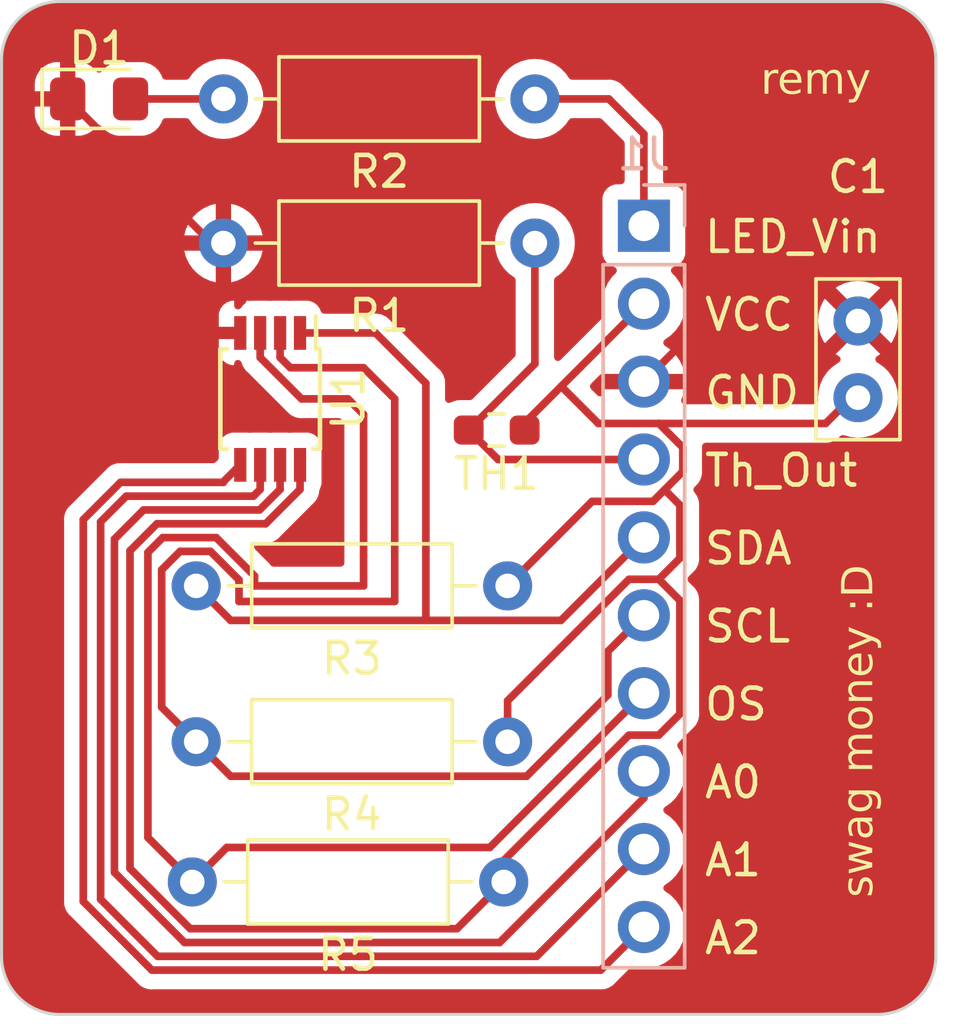
<source format=kicad_pcb>
(kicad_pcb (version 20221018) (generator pcbnew)
  (layers (0 "F.Cu" signal) (31 "B.Cu" signal) (34 "B.Paste" user) (35 "F.Paste" user) (36 "B.SilkS" user "B.Silkscreen") (37 "F.SilkS" user "F.Silkscreen") (38 "B.Mask" user) (39 "F.Mask" user) (44 "Edge.Cuts" user))
  (net 0 "")
  (net 1 "GND")
  (net 2 "Net-(D1-A)")
  (net 3 "VCC")
  (net 4 "Th_Out")
  (net 5 "LED_Vin")
  (net 6 "SDA")
  (net 7 "SCL")
  (net 8 "OS")
  (net 9 "A2")
  (net 10 "A1")
  (net 11 "A0")
  (footprint "Resistor_SMD:R_0603_1608Metric_Pad0.98x0.95mm_HandSolder" (layer "F.Cu") (at 124.7375 55.88 180)
    (fp_text reference "TH1" (at 0 -1.43) (layer "F.SilkS"))
    (fp_text value "Thermistor")
    (fp_line (start -0.254724 -0.5225) (end 0.254724 -0.5225) (stroke (width 0.12)) (layer "F.SilkS"))
    (fp_line (start -0.254724 0.5225) (end 0.254724 0.5225) (stroke (width 0.12)) (layer "F.SilkS"))
    (pad "1" smd roundrect (at -0.9125 0 180) (size 0.975 0.95) (layers "F.Cu" "F.Paste" "F.Mask") (net 3 "VCC"))
    (pad "2" smd roundrect (at 0.9125 0 180) (size 0.975 0.95) (layers "F.Cu" "F.Paste" "F.Mask") (net 4 "Th_Out"))
  )
  (footprint "Capacitor_THT:C_Disc_D5.0mm_W2.5mm_P2.50mm" (layer "F.Cu") (at 136.525 54.824 90)
    (fp_text reference "C1" (at 7.199 0 180) (layer "F.SilkS"))
    (fp_text value "0.1uF")
    (fp_line (start -1.37 -1.37) (end -1.37 1.37) (stroke (width 0.12)) (layer "F.SilkS"))
    (fp_line (start -1.37 -1.37) (end 3.87 -1.37) (stroke (width 0.12)) (layer "F.SilkS"))
    (fp_line (start -1.37 1.37) (end 3.87 1.37) (stroke (width 0.12)) (layer "F.SilkS"))
    (fp_line (start 3.87 -1.37) (end 3.87 1.37) (stroke (width 0.12)) (layer "F.SilkS"))
    (pad "1" thru_hole circle (at 0 0 90) (size 1.6 1.6) (drill 0.8) (layers "*.Cu" "*.Mask") (net 3 "VCC"))
    (pad "2" thru_hole circle (at 2.5 0 90) (size 1.6 1.6) (drill 0.8) (layers "*.Cu" "*.Mask") (net 1 "GND"))
  )
  (footprint "LED_SMD:LED_0805_2012Metric_Pad1.15x1.40mm_HandSolder" (layer "F.Cu") (at 111.769 45.085)
    (fp_text reference "D1" (at 0 -1.65) (layer "F.SilkS"))
    (fp_text value "LED")
    (fp_line (start -1.86 -0.96) (end -1.86 0.96) (stroke (width 0.12)) (layer "F.SilkS"))
    (fp_line (start -1.86 0.96) (end 1 0.96) (stroke (width 0.12)) (layer "F.SilkS"))
    (fp_line (start 1 -0.96) (end -1.86 -0.96) (stroke (width 0.12)) (layer "F.SilkS"))
    (pad "1" smd roundrect (at -1.025 0) (size 1.15 1.4) (layers "F.Cu" "F.Paste" "F.Mask") (roundrect_rratio 0.217391) (net 1 "GND"))
    (pad "2" smd roundrect (at 1.025 0) (size 1.15 1.4) (layers "F.Cu" "F.Paste" "F.Mask") (roundrect_rratio 0.217391) (net 2 "Net-(D1-A)"))
  )
  (footprint "Package_SO:TSSOP-8_3x3mm_P0.65mm" (layer "F.Cu") (at 117.348 54.864 -90)
    (fp_text reference "U1" (at 0 -2.55 90) (layer "F.SilkS"))
    (fp_text value "PCT2075DP")
    (fp_line (start -1.625 -1.625) (end -1.625 -1.5) (stroke (width 0.15)) (layer "F.SilkS"))
    (fp_line (start -1.625 -1.625) (end 1.625 -1.625) (stroke (width 0.15)) (layer "F.SilkS"))
    (fp_line (start -1.625 -1.5) (end -2.7 -1.5) (stroke (width 0.15)) (layer "F.SilkS"))
    (fp_line (start -1.625 1.625) (end -1.625 1.4) (stroke (width 0.15)) (layer "F.SilkS"))
    (fp_line (start -1.625 1.625) (end 1.625 1.625) (stroke (width 0.15)) (layer "F.SilkS"))
    (fp_line (start 1.625 -1.625) (end 1.625 -1.4) (stroke (width 0.15)) (layer "F.SilkS"))
    (fp_line (start 1.625 1.625) (end 1.625 1.4) (stroke (width 0.15)) (layer "F.SilkS"))
    (pad "1" smd rect (at -2.15 -0.975 270) (size 1.1 0.4) (layers "F.Cu" "F.Paste" "F.Mask") (net 6 "SDA"))
    (pad "2" smd rect (at -2.15 -0.325 270) (size 1.1 0.4) (layers "F.Cu" "F.Paste" "F.Mask") (net 7 "SCL"))
    (pad "3" smd rect (at -2.15 0.325 270) (size 1.1 0.4) (layers "F.Cu" "F.Paste" "F.Mask") (net 8 "OS"))
    (pad "4" smd rect (at -2.15 0.975 270) (size 1.1 0.4) (layers "F.Cu" "F.Paste" "F.Mask") (net 1 "GND"))
    (pad "5" smd rect (at 2.15 0.975 270) (size 1.1 0.4) (layers "F.Cu" "F.Paste" "F.Mask") (net 9 "A2"))
    (pad "6" smd rect (at 2.15 0.325 270) (size 1.1 0.4) (layers "F.Cu" "F.Paste" "F.Mask") (net 10 "A1"))
    (pad "7" smd rect (at 2.15 -0.325 270) (size 1.1 0.4) (layers "F.Cu" "F.Paste" "F.Mask") (net 11 "A0"))
    (pad "8" smd rect (at 2.15 -0.975 270) (size 1.1 0.4) (layers "F.Cu" "F.Paste" "F.Mask") (net 3 "VCC"))
  )
  (footprint "Resistor_THT:R_Axial_DIN0207_L6.3mm_D2.5mm_P10.16mm_Horizontal" (layer "F.Cu") (at 124.968 70.612 180)
    (fp_text reference "R5" (at 5.08 -2.37) (layer "F.SilkS"))
    (fp_text value "1.5k")
    (fp_line (start 1.04 0) (end 1.81 0) (stroke (width 0.12)) (layer "F.SilkS"))
    (fp_line (start 1.81 -1.37) (end 1.81 1.37) (stroke (width 0.12)) (layer "F.SilkS"))
    (fp_line (start 1.81 1.37) (end 8.35 1.37) (stroke (width 0.12)) (layer "F.SilkS"))
    (fp_line (start 8.35 -1.37) (end 1.81 -1.37) (stroke (width 0.12)) (layer "F.SilkS"))
    (fp_line (start 8.35 1.37) (end 8.35 -1.37) (stroke (width 0.12)) (layer "F.SilkS"))
    (fp_line (start 9.12 0) (end 8.35 0) (stroke (width 0.12)) (layer "F.SilkS"))
    (pad "1" thru_hole circle (at 0 0 180) (size 1.6 1.6) (drill 0.8) (layers "*.Cu" "*.Mask") (net 3 "VCC"))
    (pad "2" thru_hole oval (at 10.16 0 180) (size 1.6 1.6) (drill 0.8) (layers "*.Cu" "*.Mask") (net 8 "OS"))
  )
  (footprint "Resistor_THT:R_Axial_DIN0207_L6.3mm_D2.5mm_P10.16mm_Horizontal" (layer "F.Cu") (at 125.984 49.784 180)
    (fp_text reference "R1" (at 5.08 -2.37) (layer "F.SilkS"))
    (fp_text value "10k")
    (fp_line (start 1.04 0) (end 1.81 0) (stroke (width 0.12)) (layer "F.SilkS"))
    (fp_line (start 1.81 -1.37) (end 1.81 1.37) (stroke (width 0.12)) (layer "F.SilkS"))
    (fp_line (start 1.81 1.37) (end 8.35 1.37) (stroke (width 0.12)) (layer "F.SilkS"))
    (fp_line (start 8.35 -1.37) (end 1.81 -1.37) (stroke (width 0.12)) (layer "F.SilkS"))
    (fp_line (start 8.35 1.37) (end 8.35 -1.37) (stroke (width 0.12)) (layer "F.SilkS"))
    (fp_line (start 9.12 0) (end 8.35 0) (stroke (width 0.12)) (layer "F.SilkS"))
    (pad "1" thru_hole circle (at 0 0 180) (size 1.6 1.6) (drill 0.8) (layers "*.Cu" "*.Mask") (net 4 "Th_Out"))
    (pad "2" thru_hole oval (at 10.16 0 180) (size 1.6 1.6) (drill 0.8) (layers "*.Cu" "*.Mask") (net 1 "GND"))
  )
  (footprint "Resistor_THT:R_Axial_DIN0207_L6.3mm_D2.5mm_P10.16mm_Horizontal" (layer "F.Cu") (at 125.095 60.96 180)
    (fp_text reference "R3" (at 5.08 -2.37) (layer "F.SilkS"))
    (fp_text value "1.5k")
    (fp_line (start 1.04 0) (end 1.81 0) (stroke (width 0.12)) (layer "F.SilkS"))
    (fp_line (start 1.81 -1.37) (end 1.81 1.37) (stroke (width 0.12)) (layer "F.SilkS"))
    (fp_line (start 1.81 1.37) (end 8.35 1.37) (stroke (width 0.12)) (layer "F.SilkS"))
    (fp_line (start 8.35 -1.37) (end 1.81 -1.37) (stroke (width 0.12)) (layer "F.SilkS"))
    (fp_line (start 8.35 1.37) (end 8.35 -1.37) (stroke (width 0.12)) (layer "F.SilkS"))
    (fp_line (start 9.12 0) (end 8.35 0) (stroke (width 0.12)) (layer "F.SilkS"))
    (pad "1" thru_hole circle (at 0 0 180) (size 1.6 1.6) (drill 0.8) (layers "*.Cu" "*.Mask") (net 3 "VCC"))
    (pad "2" thru_hole oval (at 10.16 0 180) (size 1.6 1.6) (drill 0.8) (layers "*.Cu" "*.Mask") (net 6 "SDA"))
  )
  (footprint "Resistor_THT:R_Axial_DIN0207_L6.3mm_D2.5mm_P10.16mm_Horizontal" (layer "F.Cu") (at 125.984 45.085 180)
    (fp_text reference "R2" (at 5.08 -2.37) (layer "F.SilkS"))
    (fp_text value "220")
    (fp_line (start 1.04 0) (end 1.81 0) (stroke (width 0.12)) (layer "F.SilkS"))
    (fp_line (start 1.81 -1.37) (end 1.81 1.37) (stroke (width 0.12)) (layer "F.SilkS"))
    (fp_line (start 1.81 1.37) (end 8.35 1.37) (stroke (width 0.12)) (layer "F.SilkS"))
    (fp_line (start 8.35 -1.37) (end 1.81 -1.37) (stroke (width 0.12)) (layer "F.SilkS"))
    (fp_line (start 8.35 1.37) (end 8.35 -1.37) (stroke (width 0.12)) (layer "F.SilkS"))
    (fp_line (start 9.12 0) (end 8.35 0) (stroke (width 0.12)) (layer "F.SilkS"))
    (pad "1" thru_hole circle (at 0 0 180) (size 1.6 1.6) (drill 0.8) (layers "*.Cu" "*.Mask") (net 5 "LED_Vin"))
    (pad "2" thru_hole oval (at 10.16 0 180) (size 1.6 1.6) (drill 0.8) (layers "*.Cu" "*.Mask") (net 2 "Net-(D1-A)"))
  )
  (footprint "Resistor_THT:R_Axial_DIN0207_L6.3mm_D2.5mm_P10.16mm_Horizontal" (layer "F.Cu") (at 125.095 66.04 180)
    (fp_text reference "R4" (at 5.08 -2.37) (layer "F.SilkS"))
    (fp_text value "1.5k")
    (fp_line (start 1.04 0) (end 1.81 0) (stroke (width 0.12)) (layer "F.SilkS"))
    (fp_line (start 1.81 -1.37) (end 1.81 1.37) (stroke (width 0.12)) (layer "F.SilkS"))
    (fp_line (start 1.81 1.37) (end 8.35 1.37) (stroke (width 0.12)) (layer "F.SilkS"))
    (fp_line (start 8.35 -1.37) (end 1.81 -1.37) (stroke (width 0.12)) (layer "F.SilkS"))
    (fp_line (start 8.35 1.37) (end 8.35 -1.37) (stroke (width 0.12)) (layer "F.SilkS"))
    (fp_line (start 9.12 0) (end 8.35 0) (stroke (width 0.12)) (layer "F.SilkS"))
    (pad "1" thru_hole circle (at 0 0 180) (size 1.6 1.6) (drill 0.8) (layers "*.Cu" "*.Mask") (net 3 "VCC"))
    (pad "2" thru_hole oval (at 10.16 0 180) (size 1.6 1.6) (drill 0.8) (layers "*.Cu" "*.Mask") (net 7 "SCL"))
  )
  (footprint "Connector_PinHeader_2.54mm:PinHeader_1x10_P2.54mm_Vertical" (layer "B.Cu") (at 129.54 49.22 180)
    (fp_text reference "J1" (at 0 2.33 -360) (layer "B.SilkS") (effects (justify mirror)))
    (fp_text value "Conn_01x10_Pin")
    (fp_line (start -1.33 -24.19) (end 1.33 -24.19) (stroke (width 0.12)) (layer "B.SilkS"))
    (fp_line (start -1.33 -1.27) (end -1.33 -24.19) (stroke (width 0.12)) (layer "B.SilkS"))
    (fp_line (start -1.33 -1.27) (end 1.33 -1.27) (stroke (width 0.12)) (layer "B.SilkS"))
    (fp_line (start -1.33 0) (end -1.33 1.33) (stroke (width 0.12)) (layer "B.SilkS"))
    (fp_line (start -1.33 1.33) (end 0 1.33) (stroke (width 0.12)) (layer "B.SilkS"))
    (fp_line (start 1.33 -1.27) (end 1.33 -24.19) (stroke (width 0.12)) (layer "B.SilkS"))
    (pad "1" thru_hole rect (at 0 0 180) (size 1.7 1.7) (drill 1) (layers "*.Cu" "*.Mask") (net 5 "LED_Vin"))
    (pad "2" thru_hole oval (at 0 -2.54 180) (size 1.7 1.7) (drill 1) (layers "*.Cu" "*.Mask") (net 3 "VCC"))
    (pad "3" thru_hole oval (at 0 -5.08 180) (size 1.7 1.7) (drill 1) (layers "*.Cu" "*.Mask") (net 1 "GND"))
    (pad "4" thru_hole oval (at 0 -7.62 180) (size 1.7 1.7) (drill 1) (layers "*.Cu" "*.Mask") (net 4 "Th_Out"))
    (pad "5" thru_hole oval (at 0 -10.16 180) (size 1.7 1.7) (drill 1) (layers "*.Cu" "*.Mask") (net 6 "SDA"))
    (pad "6" thru_hole oval (at 0 -12.7 180) (size 1.7 1.7) (drill 1) (layers "*.Cu" "*.Mask") (net 7 "SCL"))
    (pad "7" thru_hole oval (at 0 -15.24 180) (size 1.7 1.7) (drill 1) (layers "*.Cu" "*.Mask") (net 8 "OS"))
    (pad "8" thru_hole oval (at 0 -17.78 180) (size 1.7 1.7) (drill 1) (layers "*.Cu" "*.Mask") (net 11 "A0"))
    (pad "9" thru_hole oval (at 0 -20.32 180) (size 1.7 1.7) (drill 1) (layers "*.Cu" "*.Mask") (net 10 "A1"))
    (pad "10" thru_hole oval (at 0 -22.86 180) (size 1.7 1.7) (drill 1) (layers "*.Cu" "*.Mask") (net 9 "A2"))
  )
  (gr_line (start 139.065 73.025) (end 139.065 43.815) (stroke (width 0.1)) (layer "Edge.Cuts"))
  (gr_arc (start 139.065 73.025) (mid 138.507038 74.372038) (end 137.16 74.93) (stroke (width 0.1)) (layer "Edge.Cuts"))
  (gr_line (start 110.49 74.93) (end 137.16 74.93) (stroke (width 0.1)) (layer "Edge.Cuts"))
  (gr_arc (start 108.585 43.815) (mid 109.142962 42.467962) (end 110.49 41.91) (stroke (width 0.1)) (layer "Edge.Cuts"))
  (gr_line (start 137.16 41.91) (end 110.49 41.91) (stroke (width 0.1)) (layer "Edge.Cuts"))
  (gr_arc (start 137.16 41.91) (mid 138.507038 42.467962) (end 139.065 43.815) (stroke (width 0.1)) (layer "Edge.Cuts"))
  (gr_line (start 108.585 43.815) (end 108.585 73.025) (stroke (width 0.1)) (layer "Edge.Cuts"))
  (gr_arc (start 110.49 74.93) (mid 109.142962 74.372038) (end 108.585 73.025) (stroke (width 0.1)) (layer "Edge.Cuts"))
  (gr_text "VCC" (at 131.445 52.705) (layer "F.SilkS") (effects (font (size 1 1)) (justify left bottom)))
  (gr_text "GND" (at 131.445 55.245) (layer "F.SilkS") (effects (font (size 1 1)) (justify left bottom)))
  (gr_text "remy" (at 133.35 45.085) (layer "F.SilkS") (effects (font (size 1 1)) (justify left bottom)))
  (gr_text "OS" (at 131.445 65.405) (layer "F.SilkS") (effects (font (size 1 1)) (justify left bottom)))
  (gr_text "Th_Out\n" (at 131.445 57.785) (layer "F.SilkS") (effects (font (size 1 1)) (justify left bottom)))
  (gr_text "A2\n" (at 131.445 73.025) (layer "F.SilkS") (effects (font (size 1 1)) (justify left bottom)))
  (gr_text "swag money :D" (at 137.16 71.12 90) (layer "F.SilkS") (effects (font (size 1 1)) (justify left bottom)))
  (gr_text "SDA" (at 131.445 60.325) (layer "F.SilkS") (effects (font (size 1 1)) (justify left bottom)))
  (gr_text "A1" (at 131.445 70.485) (layer "F.SilkS") (effects (font (size 1 1)) (justify left bottom)))
  (gr_text "LED_Vin" (at 131.445 50.165) (layer "F.SilkS") (effects (font (size 1 1)) (justify left bottom)))
  (gr_text "A0" (at 131.445 67.945) (layer "F.SilkS") (effects (font (size 1 1)) (justify left bottom)))
  (gr_text "SCL" (at 131.445 62.865) (layer "F.SilkS") (effects (font (size 1 1)) (justify left bottom)))
  (segment (start 110.744 43.18) (end 111.252 42.672) (width 0.25) (layer "F.Cu") (net 1))
  (segment (start 110.744 45.085) (end 110.744 43.18) (width 0.25) (layer "F.Cu") (net 1))
  (segment (start 129.032 42.672) (end 131.572 45.212) (width 0.25) (layer "F.Cu") (net 1))
  (segment (start 110.744 45.085) (end 115.316 49.657) (width 0.25) (layer "F.Cu") (net 1))
  (segment (start 131.572 45.212) (end 131.572 52.268) (width 0.25) (layer "F.Cu") (net 1))
  (segment (start 111.252 42.672) (end 129.032 42.672) (width 0.25) (layer "F.Cu") (net 1))
  (segment (start 131.572 52.268) (end 129.54 54.3) (width 0.25) (layer "F.Cu") (net 1))
  (segment (start 115.824 45.085) (end 112.794 45.085) (width 0.25) (layer "F.Cu") (net 2))
  (segment (start 130.81 56.448299) (end 130.81 57.231701) (width 0.25) (layer "F.Cu") (net 3))
  (segment (start 114.741009 72.136) (end 123.444 72.136) (width 0.25) (layer "F.Cu") (net 3))
  (segment (start 112.776 59.815604) (end 112.776 70.170991) (width 0.25) (layer "F.Cu") (net 3))
  (segment (start 118.323 57.814) (end 117.202 58.935) (width 0.25) (layer "F.Cu") (net 3))
  (segment (start 129.053299 60.745) (end 125.095 64.703299) (width 0.25) (layer "F.Cu") (net 3))
  (segment (start 125.095 64.703299) (end 125.095 66.04) (width 0.25) (layer "F.Cu") (net 3))
  (segment (start 129.836701 58.205) (end 127.85 58.205) (width 0.25) (layer "F.Cu") (net 3))
  (segment (start 130.026701 55.665) (end 130.39885 56.03715) (width 0.25) (layer "F.Cu") (net 3))
  (segment (start 130.215851 57.825851) (end 129.836701 58.205) (width 0.25) (layer "F.Cu") (net 3))
  (segment (start 125.65 55.88) (end 125.65 55.65) (width 0.25) (layer "F.Cu") (net 3))
  (segment (start 130.026701 55.665) (end 135.47 55.665) (width 0.25) (layer "F.Cu") (net 3))
  (segment (start 126.845 54.455) (end 128.055 55.665) (width 0.25) (layer "F.Cu") (net 3))
  (segment (start 112.776 70.170991) (end 114.741009 72.136) (width 0.25) (layer "F.Cu") (net 3))
  (segment (start 130.026701 65.825) (end 129.053299 65.825) (width 0.25) (layer "F.Cu") (net 3))
  (segment (start 125.65 55.65) (end 126.845 54.455) (width 0.25) (layer "F.Cu") (net 3))
  (segment (start 118.323 57.014) (end 118.323 57.814) (width 0.25) (layer "F.Cu") (net 3))
  (segment (start 130.715 58.325) (end 130.715 60.056701) (width 0.25) (layer "F.Cu") (net 3))
  (segment (start 135.47 55.665) (end 136.311 54.824) (width 0.25) (layer "F.Cu") (net 3))
  (segment (start 130.715 61.433299) (end 130.715 65.136701) (width 0.25) (layer "F.Cu") (net 3))
  (segment (start 130.026701 60.745) (end 129.053299 60.745) (width 0.25) (layer "F.Cu") (net 3))
  (segment (start 130.81 57.231701) (end 130.215851 57.825851) (width 0.25) (layer "F.Cu") (net 3))
  (segment (start 117.202 58.935) (end 113.656604 58.935) (width 0.25) (layer "F.Cu") (net 3))
  (segment (start 127.85 58.205) (end 125.095 60.96) (width 0.25) (layer "F.Cu") (net 3))
  (segment (start 136.311 54.824) (end 136.525 54.824) (width 0.25) (layer "F.Cu") (net 3))
  (segment (start 124.968 69.910299) (end 124.968 70.612) (width 0.25) (layer "F.Cu") (net 3))
  (segment (start 130.715 65.136701) (end 130.026701 65.825) (width 0.25) (layer "F.Cu") (net 3))
  (segment (start 130.715 60.056701) (end 130.026701 60.745) (width 0.25) (layer "F.Cu") (net 3))
  (segment (start 129.053299 65.825) (end 124.968 69.910299) (width 0.25) (layer "F.Cu") (net 3))
  (segment (start 126.845 54.455) (end 127.48 53.82) (width 0.25) (layer "F.Cu") (net 3))
  (segment (start 123.444 72.136) (end 124.968 70.612) (width 0.25) (layer "F.Cu") (net 3))
  (segment (start 130.215851 57.825851) (end 130.715 58.325) (width 0.25) (layer "F.Cu") (net 3))
  (segment (start 128.055 55.665) (end 130.026701 55.665) (width 0.25) (layer "F.Cu") (net 3))
  (segment (start 127.48 53.82) (end 129.54 51.76) (width 0.25) (layer "F.Cu") (net 3))
  (segment (start 113.656604 58.935) (end 112.776 59.815604) (width 0.25) (layer "F.Cu") (net 3))
  (segment (start 130.026701 60.745) (end 130.715 61.433299) (width 0.25) (layer "F.Cu") (net 3))
  (segment (start 130.39885 56.03715) (end 130.81 56.448299) (width 0.25) (layer "F.Cu") (net 3))
  (segment (start 123.825 55.88) (end 124.785 56.84) (width 0.25) (layer "F.Cu") (net 4))
  (segment (start 124.785 56.84) (end 129.54 56.84) (width 0.25) (layer "F.Cu") (net 4))
  (segment (start 125.984 49.784) (end 125.984 53.721) (width 0.25) (layer "F.Cu") (net 4))
  (segment (start 125.984 53.721) (end 123.825 55.88) (width 0.25) (layer "F.Cu") (net 4))
  (segment (start 129.54 46.228) (end 129.54 49.22) (width 0.25) (layer "F.Cu") (net 5))
  (segment (start 128.397 45.085) (end 129.54 46.228) (width 0.25) (layer "F.Cu") (net 5))
  (segment (start 125.984 45.085) (end 128.397 45.085) (width 0.25) (layer "F.Cu") (net 5))
  (segment (start 126.835 62.085) (end 129.54 59.38) (width 0.25) (layer "F.Cu") (net 6))
  (segment (start 114.935 60.96) (end 116.06 62.085) (width 0.25) (layer "F.Cu") (net 6))
  (segment (start 122.428 62.085) (end 126.835 62.085) (width 0.25) (layer "F.Cu") (net 6))
  (segment (start 116.06 62.085) (end 122.428 62.085) (width 0.25) (layer "F.Cu") (net 6))
  (segment (start 122.428 54.356) (end 122.428 62.085) (width 0.25) (layer "F.Cu") (net 6))
  (segment (start 118.323 52.714) (end 120.786 52.714) (width 0.25) (layer "F.Cu") (net 6))
  (segment (start 120.786 52.714) (end 122.428 54.356) (width 0.25) (layer "F.Cu") (net 6))
  (segment (start 118.007 53.848) (end 120.396 53.848) (width 0.25) (layer "F.Cu") (net 7))
  (segment (start 115.400991 59.835) (end 114.409 59.835) (width 0.25) (layer "F.Cu") (net 7))
  (segment (start 114.409 59.835) (end 113.81 60.434) (width 0.25) (layer "F.Cu") (net 7))
  (segment (start 116.06 67.165) (end 125.716 67.165) (width 0.25) (layer "F.Cu") (net 7))
  (segment (start 116.332 60.766009) (end 115.400991 59.835) (width 0.25) (layer "F.Cu") (net 7))
  (segment (start 128.365 64.516) (end 128.365 63.095) (width 0.25) (layer "F.Cu") (net 7))
  (segment (start 116.332 61.468) (end 116.332 60.766009) (width 0.25) (layer "F.Cu") (net 7))
  (segment (start 128.365 63.095) (end 129.54 61.92) (width 0.25) (layer "F.Cu") (net 7))
  (segment (start 121.412 54.864) (end 121.412 61.468) (width 0.25) (layer "F.Cu") (net 7))
  (segment (start 114.935 66.04) (end 116.06 67.165) (width 0.25) (layer "F.Cu") (net 7))
  (segment (start 120.396 53.848) (end 121.412 54.864) (width 0.25) (layer "F.Cu") (net 7))
  (segment (start 117.673 53.514) (end 118.007 53.848) (width 0.25) (layer "F.Cu") (net 7))
  (segment (start 121.412 61.468) (end 116.332 61.468) (width 0.25) (layer "F.Cu") (net 7))
  (segment (start 117.673 52.714) (end 117.673 53.514) (width 0.25) (layer "F.Cu") (net 7))
  (segment (start 113.81 60.434) (end 113.81 64.915) (width 0.25) (layer "F.Cu") (net 7))
  (segment (start 125.716 67.165) (end 128.365 64.516) (width 0.25) (layer "F.Cu") (net 7))
  (segment (start 113.81 64.915) (end 114.935 66.04) (width 0.25) (layer "F.Cu") (net 7))
  (segment (start 117.023 53.514) (end 118.373 54.864) (width 0.25) (layer "F.Cu") (net 8))
  (segment (start 116.84 60.637613) (end 115.587387 59.385) (width 0.25) (layer "F.Cu") (net 8))
  (segment (start 113.36 69.164) (end 114.808 70.612) (width 0.25) (layer "F.Cu") (net 8))
  (segment (start 113.36 59.868) (end 113.36 69.164) (width 0.25) (layer "F.Cu") (net 8))
  (segment (start 118.373 54.864) (end 119.888 54.864) (width 0.25) (layer "F.Cu") (net 8))
  (segment (start 117.023 52.714) (end 117.023 53.514) (width 0.25) (layer "F.Cu") (net 8))
  (segment (start 124.513 69.487) (end 129.54 64.46) (width 0.25) (layer "F.Cu") (net 8))
  (segment (start 120.396 55.372) (end 120.396 60.96) (width 0.25) (layer "F.Cu") (net 8))
  (segment (start 115.587387 59.385) (end 113.843 59.385) (width 0.25) (layer "F.Cu") (net 8))
  (segment (start 119.888 54.864) (end 120.396 55.372) (width 0.25) (layer "F.Cu") (net 8))
  (segment (start 115.933 69.487) (end 124.513 69.487) (width 0.25) (layer "F.Cu") (net 8))
  (segment (start 114.808 70.612) (end 115.933 69.487) (width 0.25) (layer "F.Cu") (net 8))
  (segment (start 113.843 59.385) (end 113.36 59.868) (width 0.25) (layer "F.Cu") (net 8))
  (segment (start 116.84 60.96) (end 116.84 60.637613) (width 0.25) (layer "F.Cu") (net 8))
  (segment (start 120.396 60.96) (end 116.84 60.96) (width 0.25) (layer "F.Cu") (net 8))
  (segment (start 112.466604 57.585) (end 111.252 58.799604) (width 0.25) (layer "F.Cu") (net 9))
  (segment (start 116.373 57.014) (end 115.824 57.563) (width 0.25) (layer "F.Cu") (net 9))
  (segment (start 115.824 57.585) (end 112.466604 57.585) (width 0.25) (layer "F.Cu") (net 9))
  (segment (start 113.489604 73.486) (end 128.134 73.486) (width 0.25) (layer "F.Cu") (net 9))
  (segment (start 111.252 58.799604) (end 111.252 71.248396) (width 0.25) (layer "F.Cu") (net 9))
  (segment (start 115.824 57.563) (end 115.824 57.585) (width 0.25) (layer "F.Cu") (net 9))
  (segment (start 128.134 73.486) (end 129.54 72.08) (width 0.25) (layer "F.Cu") (net 9))
  (segment (start 111.252 71.248396) (end 113.489604 73.486) (width 0.25) (layer "F.Cu") (net 9))
  (segment (start 116.802 58.035) (end 112.653 58.035) (width 0.25) (layer "F.Cu") (net 10))
  (segment (start 113.676 73.036) (end 126.044 73.036) (width 0.25) (layer "F.Cu") (net 10))
  (segment (start 117.023 57.814) (end 116.802 58.035) (width 0.25) (layer "F.Cu") (net 10))
  (segment (start 112.653 58.035) (end 111.818 58.87) (width 0.25) (layer "F.Cu") (net 10))
  (segment (start 126.044 73.036) (end 129.54 69.54) (width 0.25) (layer "F.Cu") (net 10))
  (segment (start 111.818 58.87) (end 111.818 71.178) (width 0.25) (layer "F.Cu") (net 10))
  (segment (start 111.818 71.178) (end 113.676 73.036) (width 0.25) (layer "F.Cu") (net 10))
  (segment (start 117.023 57.014) (end 117.023 57.814) (width 0.25) (layer "F.Cu") (net 10))
  (segment (start 114.554613 72.586) (end 124.832299 72.586) (width 0.25) (layer "F.Cu") (net 11))
  (segment (start 113.219 58.485) (end 112.268 59.436) (width 0.25) (layer "F.Cu") (net 11))
  (segment (start 117.002 58.485) (end 113.219 58.485) (width 0.25) (layer "F.Cu") (net 11))
  (segment (start 124.832299 72.586) (end 129.54 67.878299) (width 0.25) (layer "F.Cu") (net 11))
  (segment (start 129.54 67.878299) (end 129.54 67) (width 0.25) (layer "F.Cu") (net 11))
  (segment (start 112.268 70.299387) (end 114.554613 72.586) (width 0.25) (layer "F.Cu") (net 11))
  (segment (start 112.268 59.436) (end 112.268 70.299387) (width 0.25) (layer "F.Cu") (net 11))
  (segment (start 117.673 57.014) (end 117.673 57.814) (width 0.25) (layer "F.Cu") (net 11))
  (segment (start 117.673 57.814) (end 117.002 58.485) (width 0.25) (layer "F.Cu") (net 11))
  (zone (net 1) (net_name "GND") (layer "F.Cu") (connect_pads (clearance 0.5)) (min_thickness 0.25) (fill yes (thermal_gap 0.5) (thermal_bridge_width 0.5))
    (polygon (pts (xy 108.585 41.91) (xy 139.065 41.91) (xy 139.065 74.93) (xy 108.585 74.93)))
  )
)
</source>
